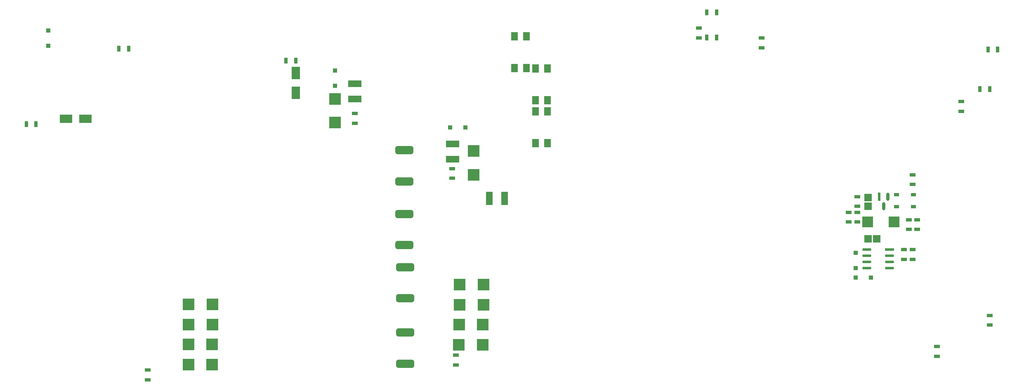
<source format=gbr>
%TF.GenerationSoftware,Altium Limited,Altium Designer,24.3.1 (35)*%
G04 Layer_Color=128*
%FSLAX43Y43*%
%MOMM*%
%TF.SameCoordinates,2EF1D394-34E5-4190-8ABA-250447B0B6E5*%
%TF.FilePolarity,Positive*%
%TF.FileFunction,Paste,Bot*%
%TF.Part,Single*%
G01*
G75*
%TA.AperFunction,SMDPad,CuDef*%
%ADD55R,1.250X0.800*%
G04:AMPARAMS|DCode=56|XSize=3.7mm|YSize=1.7mm|CornerRadius=0.425mm|HoleSize=0mm|Usage=FLASHONLY|Rotation=0.000|XOffset=0mm|YOffset=0mm|HoleType=Round|Shape=RoundedRectangle|*
%AMROUNDEDRECTD56*
21,1,3.700,0.850,0,0,0.0*
21,1,2.850,1.700,0,0,0.0*
1,1,0.850,1.425,-0.425*
1,1,0.850,-1.425,-0.425*
1,1,0.850,-1.425,0.425*
1,1,0.850,1.425,0.425*
%
%ADD56ROUNDEDRECTD56*%
%ADD57R,1.405X2.806*%
%ADD58R,2.400X2.400*%
%ADD59R,0.800X1.250*%
%ADD60R,0.950X0.900*%
%ADD61R,2.400X2.400*%
%ADD62R,0.900X0.950*%
%ADD63R,2.500X1.700*%
%ADD64R,1.700X2.500*%
%ADD65R,2.806X1.405*%
%ADD66R,1.450X1.800*%
%ADD67R,0.627X1.659*%
G04:AMPARAMS|DCode=68|XSize=1.659mm|YSize=0.627mm|CornerRadius=0.313mm|HoleSize=0mm|Usage=FLASHONLY|Rotation=270.000|XOffset=0mm|YOffset=0mm|HoleType=Round|Shape=RoundedRectangle|*
%AMROUNDEDRECTD68*
21,1,1.659,0.000,0,0,270.0*
21,1,1.032,0.627,0,0,270.0*
1,1,0.627,0.000,-0.516*
1,1,0.627,0.000,0.516*
1,1,0.627,0.000,0.516*
1,1,0.627,0.000,-0.516*
%
%ADD68ROUNDEDRECTD68*%
%ADD69R,2.300X2.300*%
%ADD70R,1.556X1.505*%
G04:AMPARAMS|DCode=71|XSize=1.874mm|YSize=0.543mm|CornerRadius=0.272mm|HoleSize=0mm|Usage=FLASHONLY|Rotation=180.000|XOffset=0mm|YOffset=0mm|HoleType=Round|Shape=RoundedRectangle|*
%AMROUNDEDRECTD71*
21,1,1.874,0.000,0,0,180.0*
21,1,1.331,0.543,0,0,180.0*
1,1,0.543,-0.665,0.000*
1,1,0.543,0.665,0.000*
1,1,0.543,0.665,0.000*
1,1,0.543,-0.665,0.000*
%
%ADD71ROUNDEDRECTD71*%
%ADD72R,1.874X0.543*%
%ADD73R,1.000X0.700*%
%ADD74R,1.505X1.556*%
D55*
X214950Y59300D02*
D03*
Y57300D02*
D03*
X174025Y72300D02*
D03*
Y70300D02*
D03*
X220825Y15375D02*
D03*
Y13375D02*
D03*
X209994Y7000D02*
D03*
Y9000D02*
D03*
X111225Y5225D02*
D03*
Y7225D02*
D03*
X48025Y2175D02*
D03*
Y4175D02*
D03*
X161149Y74375D02*
D03*
Y72375D02*
D03*
X90525Y54825D02*
D03*
Y56825D02*
D03*
X110500Y43525D02*
D03*
Y45525D02*
D03*
X203191Y28909D02*
D03*
Y26909D02*
D03*
X204941Y28909D02*
D03*
Y26909D02*
D03*
X205914Y33028D02*
D03*
Y35028D02*
D03*
X204186Y33027D02*
D03*
Y35027D02*
D03*
X204993Y44250D02*
D03*
Y42250D02*
D03*
X193633Y36552D02*
D03*
Y34552D02*
D03*
X191869Y36552D02*
D03*
Y34552D02*
D03*
X193633Y37777D02*
D03*
Y39777D02*
D03*
D56*
X100675Y36200D02*
D03*
Y29800D02*
D03*
X100825Y25275D02*
D03*
Y18875D02*
D03*
X100675Y42900D02*
D03*
Y49300D02*
D03*
X100799Y11854D02*
D03*
Y5454D02*
D03*
D57*
X118124Y39371D02*
D03*
X121225D02*
D03*
D58*
X86450Y54969D02*
D03*
Y59850D02*
D03*
X114878Y49130D02*
D03*
Y44249D02*
D03*
D59*
X164750Y77573D02*
D03*
X162750D02*
D03*
X23100Y54630D02*
D03*
X25100D02*
D03*
X44075Y70125D02*
D03*
X42075D02*
D03*
X76375Y67675D02*
D03*
X78375D02*
D03*
X164750Y72400D02*
D03*
X162750D02*
D03*
X218775Y61850D02*
D03*
X220775D02*
D03*
X220450Y69950D02*
D03*
X222450D02*
D03*
D60*
X27600Y70725D02*
D03*
X27600Y73875D02*
D03*
X86449Y65675D02*
D03*
X86449Y62525D02*
D03*
X193283Y28227D02*
D03*
X193283Y25077D02*
D03*
D61*
X56375Y9400D02*
D03*
X61256D02*
D03*
X61275Y13500D02*
D03*
X56394D02*
D03*
X112025Y21700D02*
D03*
X116906D02*
D03*
X111875Y9375D02*
D03*
X116756D02*
D03*
X116900Y17550D02*
D03*
X112019D02*
D03*
X61256Y5250D02*
D03*
X56375D02*
D03*
X56394Y17625D02*
D03*
X61275D02*
D03*
X111894Y13475D02*
D03*
X116775D02*
D03*
D62*
X193264Y23152D02*
D03*
X196414Y23152D02*
D03*
X110050Y54000D02*
D03*
X113200Y54000D02*
D03*
D63*
X31241Y55729D02*
D03*
X35241D02*
D03*
D64*
X78391Y65101D02*
D03*
Y61101D02*
D03*
D65*
X90525Y62901D02*
D03*
Y59799D02*
D03*
X110550Y50551D02*
D03*
Y47449D02*
D03*
D66*
X125750Y72675D02*
D03*
Y66125D02*
D03*
X123300Y72675D02*
D03*
Y66125D02*
D03*
X127625Y50725D02*
D03*
Y57275D02*
D03*
X130075Y50725D02*
D03*
Y57275D02*
D03*
X127625Y59525D02*
D03*
Y66075D02*
D03*
X130075Y59525D02*
D03*
Y66075D02*
D03*
D67*
X198104Y39728D02*
D03*
D68*
X199934D02*
D03*
X199019Y37775D02*
D03*
D69*
X201169Y34552D02*
D03*
X195769D02*
D03*
D70*
X195864Y37801D02*
D03*
Y39602D02*
D03*
D71*
X195603Y28882D02*
D03*
Y27612D02*
D03*
Y26342D02*
D03*
Y25072D02*
D03*
X200235D02*
D03*
Y26342D02*
D03*
Y27612D02*
D03*
D72*
Y28882D02*
D03*
D73*
X201644Y40177D02*
D03*
X205144D02*
D03*
Y37727D02*
D03*
X201644D02*
D03*
D74*
X197595Y31077D02*
D03*
X195793D02*
D03*
%TF.MD5,d72f44c3025a1f4e06b8f7bfeeeb5f33*%
M02*

</source>
